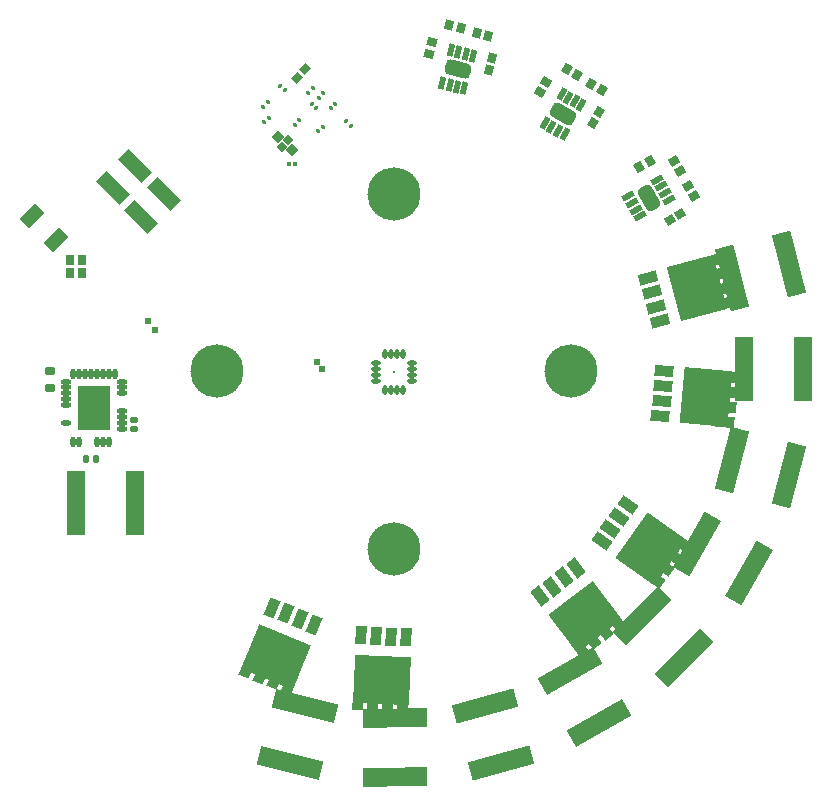
<source format=gbs>
G04 Layer_Color=16711935*
%FSLAX44Y44*%
%MOMM*%
G71*
G01*
G75*
G04:AMPARAMS|DCode=17|XSize=0.32mm|YSize=0.36mm|CornerRadius=0.08mm|HoleSize=0mm|Usage=FLASHONLY|Rotation=180.000|XOffset=0mm|YOffset=0mm|HoleType=Round|Shape=RoundedRectangle|*
%AMROUNDEDRECTD17*
21,1,0.3200,0.2000,0,0,180.0*
21,1,0.1600,0.3600,0,0,180.0*
1,1,0.1600,-0.0800,0.1000*
1,1,0.1600,0.0800,0.1000*
1,1,0.1600,0.0800,-0.1000*
1,1,0.1600,-0.0800,-0.1000*
%
%ADD17ROUNDEDRECTD17*%
G04:AMPARAMS|DCode=34|XSize=0.32mm|YSize=0.36mm|CornerRadius=0.08mm|HoleSize=0mm|Usage=FLASHONLY|Rotation=135.000|XOffset=0mm|YOffset=0mm|HoleType=Round|Shape=RoundedRectangle|*
%AMROUNDEDRECTD34*
21,1,0.3200,0.2000,0,0,135.0*
21,1,0.1600,0.3600,0,0,135.0*
1,1,0.1600,0.0141,0.1273*
1,1,0.1600,0.1273,0.0141*
1,1,0.1600,-0.0141,-0.1273*
1,1,0.1600,-0.1273,-0.0141*
%
%ADD34ROUNDEDRECTD34*%
G04:AMPARAMS|DCode=35|XSize=0.32mm|YSize=0.36mm|CornerRadius=0.08mm|HoleSize=0mm|Usage=FLASHONLY|Rotation=45.000|XOffset=0mm|YOffset=0mm|HoleType=Round|Shape=RoundedRectangle|*
%AMROUNDEDRECTD35*
21,1,0.3200,0.2000,0,0,45.0*
21,1,0.1600,0.3600,0,0,45.0*
1,1,0.1600,0.1273,-0.0141*
1,1,0.1600,0.0141,-0.1273*
1,1,0.1600,-0.1273,0.0141*
1,1,0.1600,-0.0141,0.1273*
%
%ADD35ROUNDEDRECTD35*%
G04:AMPARAMS|DCode=38|XSize=0.6096mm|YSize=0.9144mm|CornerRadius=0.1524mm|HoleSize=0mm|Usage=FLASHONLY|Rotation=90.000|XOffset=0mm|YOffset=0mm|HoleType=Round|Shape=RoundedRectangle|*
%AMROUNDEDRECTD38*
21,1,0.6096,0.6096,0,0,90.0*
21,1,0.3048,0.9144,0,0,90.0*
1,1,0.3048,0.3048,0.1524*
1,1,0.3048,0.3048,-0.1524*
1,1,0.3048,-0.3048,-0.1524*
1,1,0.3048,-0.3048,0.1524*
%
%ADD38ROUNDEDRECTD38*%
G04:AMPARAMS|DCode=72|XSize=0.508mm|YSize=0.6096mm|CornerRadius=0.127mm|HoleSize=0mm|Usage=FLASHONLY|Rotation=180.000|XOffset=0mm|YOffset=0mm|HoleType=Round|Shape=RoundedRectangle|*
%AMROUNDEDRECTD72*
21,1,0.5080,0.3556,0,0,180.0*
21,1,0.2540,0.6096,0,0,180.0*
1,1,0.2540,-0.1270,0.1778*
1,1,0.2540,0.1270,0.1778*
1,1,0.2540,0.1270,-0.1778*
1,1,0.2540,-0.1270,-0.1778*
%
%ADD72ROUNDEDRECTD72*%
G04:AMPARAMS|DCode=111|XSize=0.508mm|YSize=0.6096mm|CornerRadius=0.127mm|HoleSize=0mm|Usage=FLASHONLY|Rotation=90.000|XOffset=0mm|YOffset=0mm|HoleType=Round|Shape=RoundedRectangle|*
%AMROUNDEDRECTD111*
21,1,0.5080,0.3556,0,0,90.0*
21,1,0.2540,0.6096,0,0,90.0*
1,1,0.2540,0.1778,0.1270*
1,1,0.2540,0.1778,-0.1270*
1,1,0.2540,-0.1778,-0.1270*
1,1,0.2540,-0.1778,0.1270*
%
%ADD111ROUNDEDRECTD111*%
%ADD163R,0.7112X0.8128*%
G04:AMPARAMS|DCode=186|XSize=4.0532mm|YSize=4.7232mm|CornerRadius=0mm|HoleSize=0mm|Usage=FLASHONLY|Rotation=194.898|XOffset=0mm|YOffset=0mm|HoleType=Round|Shape=Rectangle|*
%AMROTATEDRECTD186*
4,1,4,1.3513,2.8033,2.5656,-1.7612,-1.3513,-2.8033,-2.5656,1.7612,1.3513,2.8033,0.0*
%
%ADD186ROTATEDRECTD186*%

G04:AMPARAMS|DCode=210|XSize=4.0532mm|YSize=4.7232mm|CornerRadius=0mm|HoleSize=0mm|Usage=FLASHONLY|Rotation=87.500|XOffset=0mm|YOffset=0mm|HoleType=Round|Shape=Rectangle|*
%AMROTATEDRECTD210*
4,1,4,2.2710,-2.1277,-2.4478,-1.9217,-2.2710,2.1277,2.4478,1.9217,2.2710,-2.1277,0.0*
%
%ADD210ROTATEDRECTD210*%

G04:AMPARAMS|DCode=211|XSize=0.9132mm|YSize=1.5732mm|CornerRadius=0mm|HoleSize=0mm|Usage=FLASHONLY|Rotation=177.500|XOffset=0mm|YOffset=0mm|HoleType=Round|Shape=Rectangle|*
%AMROTATEDRECTD211*
4,1,4,0.4905,0.7659,0.4219,-0.8058,-0.4905,-0.7659,-0.4219,0.8058,0.4905,0.7659,0.0*
%
%ADD211ROTATEDRECTD211*%

G04:AMPARAMS|DCode=214|XSize=4.0532mm|YSize=4.7232mm|CornerRadius=0mm|HoleSize=0mm|Usage=FLASHONLY|Rotation=174.830|XOffset=0mm|YOffset=0mm|HoleType=Round|Shape=Rectangle|*
%AMROTATEDRECTD214*
4,1,4,2.2312,2.1694,1.8055,-2.5346,-2.2312,-2.1694,-1.8055,2.5346,2.2312,2.1694,0.0*
%
%ADD214ROTATEDRECTD214*%

G04:AMPARAMS|DCode=216|XSize=4.0532mm|YSize=4.7232mm|CornerRadius=0mm|HoleSize=0mm|Usage=FLASHONLY|Rotation=67.602|XOffset=0mm|YOffset=0mm|HoleType=Round|Shape=Rectangle|*
%AMROTATEDRECTD216*
4,1,4,1.4112,-2.7736,-2.9556,-0.9738,-1.4112,2.7736,2.9556,0.9738,1.4112,-2.7736,0.0*
%
%ADD216ROTATEDRECTD216*%

%ADD218C,4.5032*%
G04:AMPARAMS|DCode=222|XSize=1.1176mm|YSize=1.8034mm|CornerRadius=0mm|HoleSize=0mm|Usage=FLASHONLY|Rotation=134.998|XOffset=0mm|YOffset=0mm|HoleType=Round|Shape=Rectangle|*
%AMROTATEDRECTD222*
4,1,4,1.0327,0.2424,-0.2425,-1.0327,-1.0327,-0.2424,0.2425,1.0327,1.0327,0.2424,0.0*
%
%ADD222ROTATEDRECTD222*%

G04:AMPARAMS|DCode=223|XSize=0.7032mm|YSize=0.8032mm|CornerRadius=0mm|HoleSize=0mm|Usage=FLASHONLY|Rotation=135.000|XOffset=0mm|YOffset=0mm|HoleType=Round|Shape=Rectangle|*
%AMROTATEDRECTD223*
4,1,4,0.5326,0.0353,-0.0353,-0.5326,-0.5326,-0.0353,0.0353,0.5326,0.5326,0.0353,0.0*
%
%ADD223ROTATEDRECTD223*%

%ADD224P,0.8530X4X360.0*%
G04:AMPARAMS|DCode=225|XSize=0.7532mm|YSize=0.8032mm|CornerRadius=0mm|HoleSize=0mm|Usage=FLASHONLY|Rotation=315.000|XOffset=0mm|YOffset=0mm|HoleType=Round|Shape=Rectangle|*
%AMROTATEDRECTD225*
4,1,4,-0.5503,-0.0177,0.0177,0.5503,0.5503,0.0177,-0.0177,-0.5503,-0.5503,-0.0177,0.0*
%
%ADD225ROTATEDRECTD225*%

G04:AMPARAMS|DCode=226|XSize=2.8032mm|YSize=1.3032mm|CornerRadius=0mm|HoleSize=0mm|Usage=FLASHONLY|Rotation=315.000|XOffset=0mm|YOffset=0mm|HoleType=Round|Shape=Rectangle|*
%AMROTATEDRECTD226*
4,1,4,-1.4518,0.5303,-0.5303,1.4518,1.4518,-0.5303,0.5303,-1.4518,-1.4518,0.5303,0.0*
%
%ADD226ROTATEDRECTD226*%

%ADD227O,0.9032X0.4532*%
%ADD228O,0.4532X0.9032*%
%ADD229R,2.8032X3.8032*%
%ADD230R,1.6032X5.4032*%
G04:AMPARAMS|DCode=231|XSize=0.5032mm|YSize=1.0532mm|CornerRadius=0mm|HoleSize=0mm|Usage=FLASHONLY|Rotation=330.000|XOffset=0mm|YOffset=0mm|HoleType=Round|Shape=Rectangle|*
%AMROTATEDRECTD231*
4,1,4,-0.4812,-0.3302,0.0454,0.5818,0.4812,0.3302,-0.0454,-0.5818,-0.4812,-0.3302,0.0*
%
%ADD231ROTATEDRECTD231*%

G04:AMPARAMS|DCode=232|XSize=2.2032mm|YSize=1.3032mm|CornerRadius=0.3766mm|HoleSize=0mm|Usage=FLASHONLY|Rotation=330.000|XOffset=0mm|YOffset=0mm|HoleType=Round|Shape=RoundedRectangle|*
%AMROUNDEDRECTD232*
21,1,2.2032,0.5500,0,0,330.0*
21,1,1.4500,1.3032,0,0,330.0*
1,1,0.7532,0.4904,-0.6007*
1,1,0.7532,-0.7654,0.1243*
1,1,0.7532,-0.4904,0.6007*
1,1,0.7532,0.7654,-0.1243*
%
%ADD232ROUNDEDRECTD232*%
G04:AMPARAMS|DCode=233|XSize=0.7112mm|YSize=0.8128mm|CornerRadius=0mm|HoleSize=0mm|Usage=FLASHONLY|Rotation=330.000|XOffset=0mm|YOffset=0mm|HoleType=Round|Shape=Rectangle|*
%AMROTATEDRECTD233*
4,1,4,-0.5112,-0.1741,-0.1048,0.5298,0.5112,0.1741,0.1048,-0.5298,-0.5112,-0.1741,0.0*
%
%ADD233ROTATEDRECTD233*%

G04:AMPARAMS|DCode=234|XSize=0.7112mm|YSize=0.8128mm|CornerRadius=0mm|HoleSize=0mm|Usage=FLASHONLY|Rotation=240.000|XOffset=0mm|YOffset=0mm|HoleType=Round|Shape=Rectangle|*
%AMROTATEDRECTD234*
4,1,4,-0.1741,0.5112,0.5298,0.1048,0.1741,-0.5112,-0.5298,-0.1048,-0.1741,0.5112,0.0*
%
%ADD234ROTATEDRECTD234*%

G04:AMPARAMS|DCode=235|XSize=0.7032mm|YSize=0.8032mm|CornerRadius=0mm|HoleSize=0mm|Usage=FLASHONLY|Rotation=330.000|XOffset=0mm|YOffset=0mm|HoleType=Round|Shape=Rectangle|*
%AMROTATEDRECTD235*
4,1,4,-0.5053,-0.1720,-0.1037,0.5236,0.5053,0.1720,0.1037,-0.5236,-0.5053,-0.1720,0.0*
%
%ADD235ROTATEDRECTD235*%

G04:AMPARAMS|DCode=236|XSize=0.5032mm|YSize=1.0532mm|CornerRadius=0mm|HoleSize=0mm|Usage=FLASHONLY|Rotation=300.000|XOffset=0mm|YOffset=0mm|HoleType=Round|Shape=Rectangle|*
%AMROTATEDRECTD236*
4,1,4,-0.5818,-0.0454,0.3302,0.4812,0.5818,0.0454,-0.3302,-0.4812,-0.5818,-0.0454,0.0*
%
%ADD236ROTATEDRECTD236*%

G04:AMPARAMS|DCode=237|XSize=2.2032mm|YSize=1.3032mm|CornerRadius=0.3766mm|HoleSize=0mm|Usage=FLASHONLY|Rotation=300.000|XOffset=0mm|YOffset=0mm|HoleType=Round|Shape=RoundedRectangle|*
%AMROUNDEDRECTD237*
21,1,2.2032,0.5500,0,0,300.0*
21,1,1.4500,1.3032,0,0,300.0*
1,1,0.7532,0.1243,-0.7654*
1,1,0.7532,-0.6007,0.4904*
1,1,0.7532,-0.1243,0.7654*
1,1,0.7532,0.6007,-0.4904*
%
%ADD237ROUNDEDRECTD237*%
G04:AMPARAMS|DCode=238|XSize=0.7112mm|YSize=0.8128mm|CornerRadius=0mm|HoleSize=0mm|Usage=FLASHONLY|Rotation=300.000|XOffset=0mm|YOffset=0mm|HoleType=Round|Shape=Rectangle|*
%AMROTATEDRECTD238*
4,1,4,-0.5298,0.1048,0.1741,0.5112,0.5298,-0.1048,-0.1741,-0.5112,-0.5298,0.1048,0.0*
%
%ADD238ROTATEDRECTD238*%

G04:AMPARAMS|DCode=239|XSize=0.7112mm|YSize=0.8128mm|CornerRadius=0mm|HoleSize=0mm|Usage=FLASHONLY|Rotation=210.000|XOffset=0mm|YOffset=0mm|HoleType=Round|Shape=Rectangle|*
%AMROTATEDRECTD239*
4,1,4,0.1048,0.5298,0.5112,-0.1741,-0.1048,-0.5298,-0.5112,0.1741,0.1048,0.5298,0.0*
%
%ADD239ROTATEDRECTD239*%

G04:AMPARAMS|DCode=240|XSize=0.7032mm|YSize=0.8032mm|CornerRadius=0mm|HoleSize=0mm|Usage=FLASHONLY|Rotation=300.000|XOffset=0mm|YOffset=0mm|HoleType=Round|Shape=Rectangle|*
%AMROTATEDRECTD240*
4,1,4,-0.5236,0.1037,0.1720,0.5053,0.5236,-0.1037,-0.1720,-0.5053,-0.5236,0.1037,0.0*
%
%ADD240ROTATEDRECTD240*%

G04:AMPARAMS|DCode=241|XSize=0.7112mm|YSize=0.8128mm|CornerRadius=0mm|HoleSize=0mm|Usage=FLASHONLY|Rotation=255.000|XOffset=0mm|YOffset=0mm|HoleType=Round|Shape=Rectangle|*
%AMROTATEDRECTD241*
4,1,4,-0.3005,0.4487,0.4846,0.2383,0.3005,-0.4487,-0.4846,-0.2383,-0.3005,0.4487,0.0*
%
%ADD241ROTATEDRECTD241*%

G04:AMPARAMS|DCode=242|XSize=0.7112mm|YSize=0.8128mm|CornerRadius=0mm|HoleSize=0mm|Usage=FLASHONLY|Rotation=345.000|XOffset=0mm|YOffset=0mm|HoleType=Round|Shape=Rectangle|*
%AMROTATEDRECTD242*
4,1,4,-0.4487,-0.3005,-0.2383,0.4846,0.4487,0.3005,0.2383,-0.4846,-0.4487,-0.3005,0.0*
%
%ADD242ROTATEDRECTD242*%

G04:AMPARAMS|DCode=243|XSize=0.7032mm|YSize=0.8032mm|CornerRadius=0mm|HoleSize=0mm|Usage=FLASHONLY|Rotation=345.000|XOffset=0mm|YOffset=0mm|HoleType=Round|Shape=Rectangle|*
%AMROTATEDRECTD243*
4,1,4,-0.4436,-0.2969,-0.2357,0.4789,0.4436,0.2969,0.2357,-0.4789,-0.4436,-0.2969,0.0*
%
%ADD243ROTATEDRECTD243*%

G04:AMPARAMS|DCode=244|XSize=0.5032mm|YSize=1.0532mm|CornerRadius=0mm|HoleSize=0mm|Usage=FLASHONLY|Rotation=345.000|XOffset=0mm|YOffset=0mm|HoleType=Round|Shape=Rectangle|*
%AMROTATEDRECTD244*
4,1,4,-0.3793,-0.4435,-0.1067,0.5738,0.3793,0.4435,0.1067,-0.5738,-0.3793,-0.4435,0.0*
%
%ADD244ROTATEDRECTD244*%

G04:AMPARAMS|DCode=245|XSize=2.2032mm|YSize=1.3032mm|CornerRadius=0.3766mm|HoleSize=0mm|Usage=FLASHONLY|Rotation=345.000|XOffset=0mm|YOffset=0mm|HoleType=Round|Shape=RoundedRectangle|*
%AMROUNDEDRECTD245*
21,1,2.2032,0.5500,0,0,345.0*
21,1,1.4500,1.3032,0,0,345.0*
1,1,0.7532,0.6291,-0.4533*
1,1,0.7532,-0.7715,-0.0780*
1,1,0.7532,-0.6291,0.4533*
1,1,0.7532,0.7715,0.0780*
%
%ADD245ROUNDEDRECTD245*%
G04:AMPARAMS|DCode=246|XSize=0.9132mm|YSize=1.5732mm|CornerRadius=0mm|HoleSize=0mm|Usage=FLASHONLY|Rotation=264.814|XOffset=0mm|YOffset=0mm|HoleType=Round|Shape=Rectangle|*
%AMROTATEDRECTD246*
4,1,4,-0.7421,0.5258,0.8246,0.3836,0.7421,-0.5258,-0.8246,-0.3836,-0.7421,0.5258,0.0*
%
%ADD246ROTATEDRECTD246*%

G04:AMPARAMS|DCode=247|XSize=4.0532mm|YSize=4.7232mm|CornerRadius=0mm|HoleSize=0mm|Usage=FLASHONLY|Rotation=324.603|XOffset=0mm|YOffset=0mm|HoleType=Round|Shape=Rectangle|*
%AMROTATEDRECTD247*
4,1,4,-3.0199,-0.7512,-0.2841,3.0990,3.0199,0.7512,0.2841,-3.0990,-3.0199,-0.7512,0.0*
%
%ADD247ROTATEDRECTD247*%

G04:AMPARAMS|DCode=248|XSize=0.9132mm|YSize=1.5732mm|CornerRadius=0mm|HoleSize=0mm|Usage=FLASHONLY|Rotation=234.603|XOffset=0mm|YOffset=0mm|HoleType=Round|Shape=Rectangle|*
%AMROTATEDRECTD248*
4,1,4,-0.3767,0.8278,0.9057,-0.0834,0.3767,-0.8278,-0.9057,0.0834,-0.3767,0.8278,0.0*
%
%ADD248ROTATEDRECTD248*%

G04:AMPARAMS|DCode=249|XSize=5.4032mm|YSize=1.6032mm|CornerRadius=0mm|HoleSize=0mm|Usage=FLASHONLY|Rotation=0.224|XOffset=0mm|YOffset=0mm|HoleType=Round|Shape=Rectangle|*
%AMROTATEDRECTD249*
4,1,4,-2.6985,-0.8121,-2.7047,0.7911,2.6985,0.8121,2.7047,-0.7911,-2.6985,-0.8121,0.0*
%
%ADD249ROTATEDRECTD249*%

G04:AMPARAMS|DCode=250|XSize=5.4032mm|YSize=1.6032mm|CornerRadius=0mm|HoleSize=0mm|Usage=FLASHONLY|Rotation=45.309|XOffset=0mm|YOffset=0mm|HoleType=Round|Shape=Rectangle|*
%AMROTATEDRECTD250*
4,1,4,-1.3301,-2.4843,-2.4699,-1.3568,1.3301,2.4843,2.4699,1.3568,-1.3301,-2.4843,0.0*
%
%ADD250ROTATEDRECTD250*%

G04:AMPARAMS|DCode=251|XSize=5.4032mm|YSize=1.6032mm|CornerRadius=0mm|HoleSize=0mm|Usage=FLASHONLY|Rotation=29.536|XOffset=0mm|YOffset=0mm|HoleType=Round|Shape=Rectangle|*
%AMROTATEDRECTD251*
4,1,4,-1.9554,-2.0292,-2.7457,-0.6344,1.9554,2.0292,2.7457,0.6344,-1.9554,-2.0292,0.0*
%
%ADD251ROTATEDRECTD251*%

G04:AMPARAMS|DCode=252|XSize=5.4032mm|YSize=1.6032mm|CornerRadius=0mm|HoleSize=0mm|Usage=FLASHONLY|Rotation=60.298|XOffset=0mm|YOffset=0mm|HoleType=Round|Shape=Rectangle|*
%AMROTATEDRECTD252*
4,1,4,-0.6423,-2.7438,-2.0349,-1.9495,0.6423,2.7438,2.0349,1.9495,-0.6423,-2.7438,0.0*
%
%ADD252ROTATEDRECTD252*%

G04:AMPARAMS|DCode=253|XSize=5.4032mm|YSize=1.6032mm|CornerRadius=0mm|HoleSize=0mm|Usage=FLASHONLY|Rotation=104.338|XOffset=0mm|YOffset=0mm|HoleType=Round|Shape=Rectangle|*
%AMROTATEDRECTD253*
4,1,4,1.4457,-2.4190,-0.1076,-2.8160,-1.4457,2.4190,0.1076,2.8160,1.4457,-2.4190,0.0*
%
%ADD253ROTATEDRECTD253*%

G04:AMPARAMS|DCode=254|XSize=5.4032mm|YSize=1.6032mm|CornerRadius=0mm|HoleSize=0mm|Usage=FLASHONLY|Rotation=346.026|XOffset=0mm|YOffset=0mm|HoleType=Round|Shape=Rectangle|*
%AMROTATEDRECTD254*
4,1,4,-2.8152,-0.1255,-2.4281,1.4303,2.8152,0.1255,2.4281,-1.4303,-2.8152,-0.1255,0.0*
%
%ADD254ROTATEDRECTD254*%

G04:AMPARAMS|DCode=255|XSize=5.4032mm|YSize=1.6032mm|CornerRadius=0mm|HoleSize=0mm|Usage=FLASHONLY|Rotation=15.450|XOffset=0mm|YOffset=0mm|HoleType=Round|Shape=Rectangle|*
%AMROTATEDRECTD255*
4,1,4,-2.3904,-1.4923,-2.8175,0.0529,2.3904,1.4923,2.8175,-0.0529,-2.3904,-1.4923,0.0*
%
%ADD255ROTATEDRECTD255*%

G04:AMPARAMS|DCode=256|XSize=5.4032mm|YSize=1.6032mm|CornerRadius=0mm|HoleSize=0mm|Usage=FLASHONLY|Rotation=75.309|XOffset=0mm|YOffset=0mm|HoleType=Round|Shape=Rectangle|*
%AMROTATEDRECTD256*
4,1,4,0.0902,-2.8166,-1.4606,-2.4100,-0.0902,2.8166,1.4606,2.4100,0.0902,-2.8166,0.0*
%
%ADD256ROTATEDRECTD256*%

G04:AMPARAMS|DCode=257|XSize=4.0532mm|YSize=4.7232mm|CornerRadius=0mm|HoleSize=0mm|Usage=FLASHONLY|Rotation=307.103|XOffset=0mm|YOffset=0mm|HoleType=Round|Shape=Rectangle|*
%AMROTATEDRECTD257*
4,1,4,-3.1060,0.1917,0.6610,3.0410,3.1060,-0.1917,-0.6610,-3.0410,-3.1060,0.1917,0.0*
%
%ADD257ROTATEDRECTD257*%

G04:AMPARAMS|DCode=258|XSize=0.9132mm|YSize=1.5732mm|CornerRadius=0mm|HoleSize=0mm|Usage=FLASHONLY|Rotation=217.103|XOffset=0mm|YOffset=0mm|HoleType=Round|Shape=Rectangle|*
%AMROTATEDRECTD258*
4,1,4,-0.1104,0.9028,0.8387,-0.3519,0.1104,-0.9028,-0.8387,0.3519,-0.1104,0.9028,0.0*
%
%ADD258ROTATEDRECTD258*%

G04:AMPARAMS|DCode=259|XSize=0.9132mm|YSize=1.5732mm|CornerRadius=0mm|HoleSize=0mm|Usage=FLASHONLY|Rotation=157.500|XOffset=0mm|YOffset=0mm|HoleType=Round|Shape=Rectangle|*
%AMROTATEDRECTD259*
4,1,4,0.7229,0.5520,0.1208,-0.9015,-0.7229,-0.5520,-0.1208,0.9015,0.7229,0.5520,0.0*
%
%ADD259ROTATEDRECTD259*%

G04:AMPARAMS|DCode=260|XSize=0.9132mm|YSize=1.5732mm|CornerRadius=0mm|HoleSize=0mm|Usage=FLASHONLY|Rotation=285.093|XOffset=0mm|YOffset=0mm|HoleType=Round|Shape=Rectangle|*
%AMROTATEDRECTD260*
4,1,4,-0.8784,0.2360,0.6406,0.6457,0.8784,-0.2360,-0.6406,-0.6457,-0.8784,0.2360,0.0*
%
%ADD260ROTATEDRECTD260*%

%ADD261R,0.2032X0.2032*%
%ADD262O,0.4532X0.8032*%
%ADD263O,0.8032X0.4532*%
%ADD264C,0.6032*%
D17*
X880110Y845820D02*
D03*
X885710D02*
D03*
D34*
X899493Y896638D02*
D03*
X903453Y892678D02*
D03*
X872490Y911860D02*
D03*
X876450Y907900D02*
D03*
X928545Y881760D02*
D03*
X932504Y877800D02*
D03*
D35*
X858520Y894080D02*
D03*
X862480Y898040D02*
D03*
X919480Y896620D02*
D03*
X915520Y892660D02*
D03*
X889000Y882650D02*
D03*
X885040Y878690D02*
D03*
X863040Y884630D02*
D03*
X859080Y880670D02*
D03*
X904800Y873050D02*
D03*
X908760Y877010D02*
D03*
X909320Y905510D02*
D03*
X905360Y901550D02*
D03*
X896620Y905510D02*
D03*
X900580Y909470D02*
D03*
D38*
X678180Y655940D02*
D03*
Y669940D02*
D03*
D72*
X716470Y595630D02*
D03*
X708470Y595630D02*
D03*
D111*
X749300Y620840D02*
D03*
X749300Y628840D02*
D03*
D163*
X694690Y764540D02*
D03*
X704770Y764540D02*
D03*
X694690Y753110D02*
D03*
X704770D02*
D03*
D186*
X1225336Y740457D02*
D03*
D210*
X958786Y408421D02*
D03*
D211*
X938961Y391069D02*
D03*
X951648Y390515D02*
D03*
X964336Y389961D02*
D03*
X977024Y389407D02*
D03*
X979441Y444754D02*
D03*
X966753Y445308D02*
D03*
X954065Y445862D02*
D03*
X941377Y446416D02*
D03*
D214*
X1233396Y647788D02*
D03*
D216*
X869443Y428228D02*
D03*
D218*
X969026Y519742D02*
D03*
Y819742D02*
D03*
X1119026Y669742D02*
D03*
X819026Y669742D02*
D03*
D222*
X662683Y801628D02*
D03*
X683353Y780957D02*
D03*
D223*
X886734Y918484D02*
D03*
X893805Y925556D02*
D03*
D224*
X874037Y859869D02*
D03*
X879694Y865526D02*
D03*
D225*
X882699Y856863D02*
D03*
X871032Y868531D02*
D03*
D226*
X749956Y843936D02*
D03*
X730864Y824844D02*
D03*
X774086Y819806D02*
D03*
X754994Y800714D02*
D03*
D227*
X691140Y626270D02*
D03*
X691140Y641270D02*
D03*
Y646270D02*
D03*
X691140Y651270D02*
D03*
X691140Y656270D02*
D03*
X691140Y661270D02*
D03*
X739140Y661270D02*
D03*
X739140Y656270D02*
D03*
X739140Y651270D02*
D03*
X739140Y636270D02*
D03*
X739140Y631270D02*
D03*
X739140Y626270D02*
D03*
X739140Y621270D02*
D03*
D228*
X697640Y667770D02*
D03*
X702640Y667770D02*
D03*
X707640Y667770D02*
D03*
X712640Y667770D02*
D03*
X717640Y667770D02*
D03*
X722640Y667770D02*
D03*
X727640Y667770D02*
D03*
X732640Y667770D02*
D03*
X727640Y609770D02*
D03*
X722640D02*
D03*
X717640Y609770D02*
D03*
X702640Y609770D02*
D03*
X697640D02*
D03*
D229*
X715140Y638770D02*
D03*
D230*
X750170Y558800D02*
D03*
X700170Y558800D02*
D03*
X1315719Y671860D02*
D03*
X1265721Y671480D02*
D03*
D231*
X1113688Y870511D02*
D03*
X1108059Y873761D02*
D03*
X1102430Y877011D02*
D03*
X1096801Y880261D02*
D03*
X1127888Y895106D02*
D03*
X1122259Y898356D02*
D03*
X1116630Y901606D02*
D03*
X1111001Y904856D02*
D03*
D232*
X1112345Y887684D02*
D03*
D233*
X1136158Y913530D02*
D03*
X1144887Y908490D02*
D03*
X1115261Y925595D02*
D03*
X1123990Y920555D02*
D03*
D234*
X1097463Y915247D02*
D03*
X1092423Y906518D02*
D03*
D235*
X1142557Y889212D02*
D03*
X1137557Y880552D02*
D03*
D236*
X1177291Y801102D02*
D03*
X1174041Y806731D02*
D03*
X1170791Y812360D02*
D03*
X1167541Y817989D02*
D03*
X1201886Y815302D02*
D03*
X1198636Y820931D02*
D03*
X1195386Y826560D02*
D03*
X1192136Y832189D02*
D03*
D237*
X1184714Y816646D02*
D03*
D238*
X1218260Y827122D02*
D03*
X1223300Y818393D02*
D03*
X1206195Y848019D02*
D03*
X1211235Y839290D02*
D03*
D239*
X1185608Y847957D02*
D03*
X1176878Y842917D02*
D03*
D240*
X1211643Y802863D02*
D03*
X1202982Y797863D02*
D03*
D241*
X1001519Y948359D02*
D03*
X998910Y938623D02*
D03*
D242*
X1016033Y962960D02*
D03*
X1025769Y960351D02*
D03*
X1039341Y956715D02*
D03*
X1049077Y954106D02*
D03*
D243*
X1051815Y934882D02*
D03*
X1049227Y925223D02*
D03*
D244*
X1028771Y909347D02*
D03*
X1022492Y911029D02*
D03*
X1016214Y912711D02*
D03*
X1009935Y914393D02*
D03*
X1036121Y936779D02*
D03*
X1029842Y938461D02*
D03*
X1023564Y940143D02*
D03*
X1017286Y941826D02*
D03*
D245*
X1023028Y925586D02*
D03*
D246*
X1249800Y627171D02*
D03*
X1250947Y639819D02*
D03*
X1252096Y652467D02*
D03*
X1253243Y665115D02*
D03*
X1198070Y670123D02*
D03*
X1196922Y657475D02*
D03*
X1195774Y644827D02*
D03*
X1194626Y632179D02*
D03*
D247*
X1186434Y519811D02*
D03*
D248*
X1190236Y493740D02*
D03*
X1197592Y504092D02*
D03*
X1204948Y514445D02*
D03*
X1212305Y524797D02*
D03*
X1167145Y556887D02*
D03*
X1159789Y546534D02*
D03*
X1152432Y536182D02*
D03*
X1145076Y525829D02*
D03*
D249*
X970378Y326230D02*
D03*
X970182Y376230D02*
D03*
D250*
X1214638Y427503D02*
D03*
X1179093Y462667D02*
D03*
D251*
X1143015Y372519D02*
D03*
X1118367Y416021D02*
D03*
D252*
X1269505Y499063D02*
D03*
X1226074Y523837D02*
D03*
D253*
X1303943Y761100D02*
D03*
X1255501Y748718D02*
D03*
D254*
X881307Y337889D02*
D03*
X893381Y386409D02*
D03*
D255*
X1059876Y338052D02*
D03*
X1046556Y386245D02*
D03*
D256*
X1303984Y582394D02*
D03*
X1255619Y595074D02*
D03*
D257*
X1130765Y461841D02*
D03*
D258*
X1126551Y435833D02*
D03*
X1136680Y443494D02*
D03*
X1146809Y451156D02*
D03*
X1156938Y458817D02*
D03*
X1123518Y503002D02*
D03*
X1113389Y495340D02*
D03*
X1103260Y487679D02*
D03*
X1093131Y480018D02*
D03*
D259*
X844878Y418703D02*
D03*
X856611Y413843D02*
D03*
X868345Y408983D02*
D03*
X880078Y404123D02*
D03*
X901279Y455306D02*
D03*
X889545Y460166D02*
D03*
X877812Y465026D02*
D03*
X866079Y469886D02*
D03*
D260*
X1247869Y726803D02*
D03*
X1244562Y739065D02*
D03*
X1241255Y751327D02*
D03*
X1237948Y763589D02*
D03*
X1184459Y749164D02*
D03*
X1187766Y736901D02*
D03*
X1191073Y724640D02*
D03*
X1194380Y712378D02*
D03*
D261*
X969010Y669290D02*
D03*
D262*
X976510Y684790D02*
D03*
X971510Y684790D02*
D03*
X966510Y684790D02*
D03*
X961510Y684790D02*
D03*
X961510Y653790D02*
D03*
X966510Y653790D02*
D03*
X971510Y653790D02*
D03*
X976510Y653790D02*
D03*
D263*
X953510Y676790D02*
D03*
X953510Y671790D02*
D03*
X953510Y666790D02*
D03*
X953510Y661790D02*
D03*
X984510Y661790D02*
D03*
X984510Y666790D02*
D03*
X984510Y671790D02*
D03*
X984510Y676790D02*
D03*
D264*
X908050Y671830D02*
D03*
X904240Y678180D02*
D03*
X767080Y704850D02*
D03*
X760730Y712470D02*
D03*
M02*

</source>
